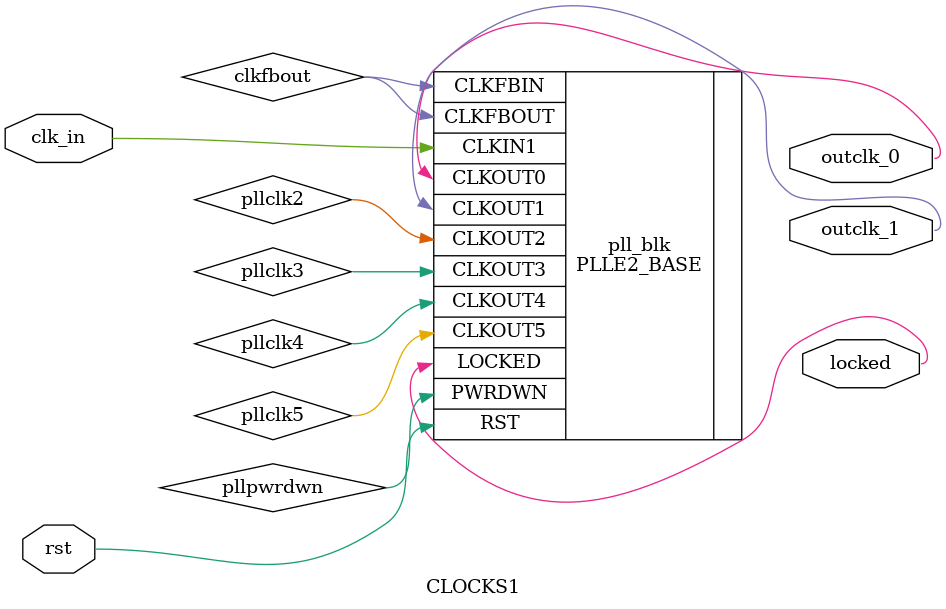
<source format=v>
/**
  Generate two clocks: 40 and 80 MHz
  --
  For Xilinx Artix-7
  --
  2022 Gray, gray@grayraven.org
  https://oberon-rts.org/licences
**/

`timescale 1ns / 1ps
`default_nettype none

module  CLOCKS1 (
	input wire clk_in,
	input wire rst,
	output wire outclk_0, // 40 MHz
	output wire outclk_1, // 80 MHz
	output wire locked
);

// clocks
wire clkfbout;
wire pllclk2, pllclk3, pllclk4, pllclk5, pllpwrdwn; // dummies to keep the synthesiser happy

localparam BasePeriod = 10;    // nano seconds, 100 MHz
localparam M = 12;             // multiplier, BaseClock * M must be in the VCO range, which is 800 - 1,600 MHz for the A7
localparam D0 = 30;            // divider for clock output 0 = clk
localparam D1 = 15;            // divider for clock output 1 = clk2x, used for the RAM

PLLE2_BASE # (
  .CLKIN1_PERIOD(BasePeriod),
  .CLKFBOUT_MULT(M), // 8 to 16
  .CLKOUT0_DIVIDE(D0),
  .CLKOUT1_DIVIDE(D1)
) pll_blk (
  .CLKFBOUT(clkfbout),
  .CLKOUT0(outclk_0),
  .CLKOUT1(outclk_1),
  .CLKOUT2(pllclk2), .CLKOUT3(pllclk3), .CLKOUT4(pllclk4), .CLKOUT5(pllclk5),
  .LOCKED(locked),
  .CLKFBIN(clkfbout),
  .CLKIN1(clk_in),
  .RST(rst),
  .PWRDWN(pllpwrdwn)
);

endmodule

`resetall

</source>
